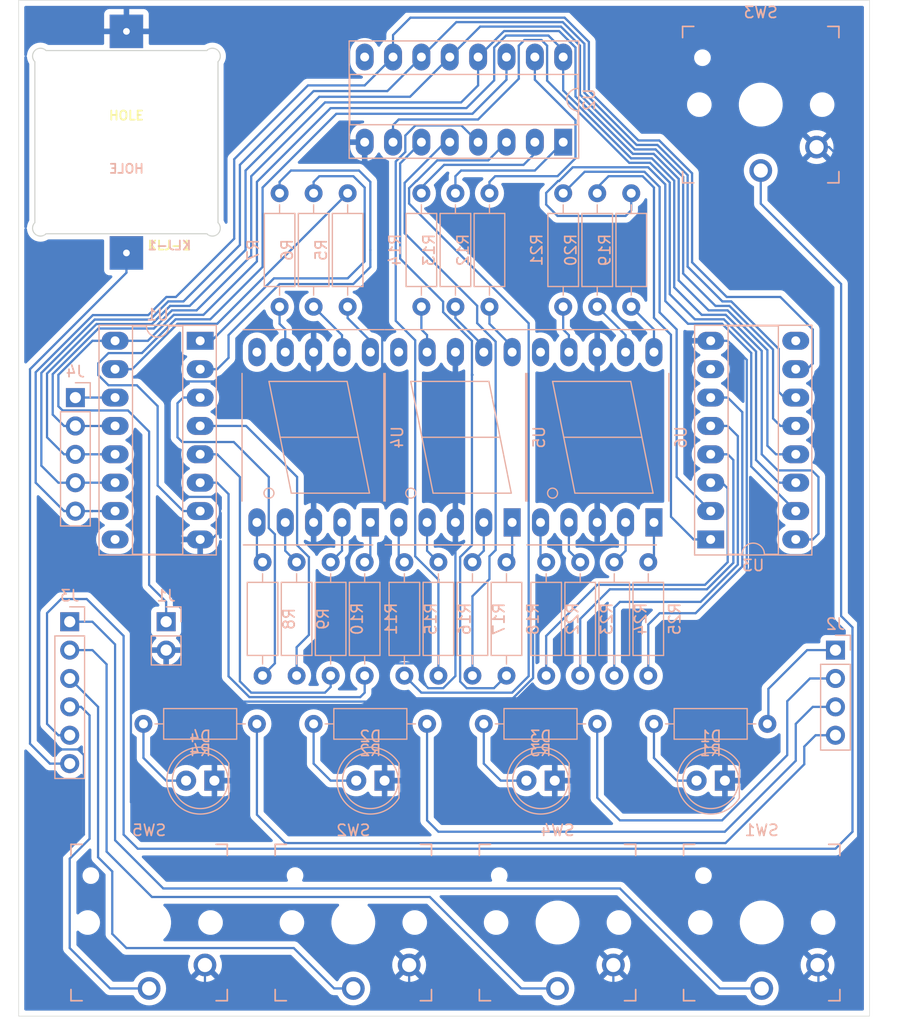
<source format=kicad_pcb>
(kicad_pcb (version 20240108) (generator "pcbnew") (generator_version "8.0")
  (layers (0 "F.Cu" signal) (31 "B.Cu" signal) (34 "B.Paste" user) (35 "F.Paste" user) (36 "B.SilkS" user "B.Silkscreen") (37 "F.SilkS" user "F.Silkscreen") (38 "B.Mask" user) (39 "F.Mask" user) (44 "Edge.Cuts" user))
  (net 0 "")
  (net 1 "VCC")
  (net 2 "/BTN_GRN")
  (net 3 "GND")
  (net 4 "/n_ENABLE")
  (net 5 "/DATAIN_DISP_1")
  (net 6 "/LED_GRN")
  (net 7 "/BTN_RED")
  (net 8 "/LED_TURQ")
  (net 9 "/BTN_START")
  (net 10 "/LED_RED")
  (net 11 "/LATCH_CLK")
  (net 12 "/n_RESET")
  (net 13 "/BTN_YLW")
  (net 14 "/SHIFT_CLK")
  (net 15 "/LED_YLW")
  (net 16 "/BTN_TURQ")
  (net 17 "/BUZZER")
  (net 18 "Net-(D1-A)")
  (net 19 "Net-(D2-A)")
  (net 20 "Net-(D3-A)")
  (net 21 "Net-(D4-A)")
  (net 22 "Net-(U1-QA)")
  (net 23 "Net-(U4-A)")
  (net 24 "Net-(U1-QB)")
  (net 25 "Net-(U4-B)")
  (net 26 "Net-(U1-QC)")
  (net 27 "Net-(U4-C)")
  (net 28 "Net-(U1-QD)")
  (net 29 "Net-(U4-D)")
  (net 30 "Net-(U4-E)")
  (net 31 "Net-(U1-QE)")
  (net 32 "Net-(U1-QF)")
  (net 33 "Net-(U4-F)")
  (net 34 "Net-(U1-QG)")
  (net 35 "Net-(U4-G)")
  (net 36 "Net-(U2-QA)")
  (net 37 "Net-(U5-A)")
  (net 38 "Net-(U2-QB)")
  (net 39 "Net-(U5-B)")
  (net 40 "Net-(U5-C)")
  (net 41 "Net-(U2-QC)")
  (net 42 "Net-(U2-QD)")
  (net 43 "Net-(U5-D)")
  (net 44 "Net-(U5-E)")
  (net 45 "Net-(U2-QE)")
  (net 46 "Net-(U2-QF)")
  (net 47 "Net-(U5-F)")
  (net 48 "Net-(U2-QG)")
  (net 49 "Net-(U5-G)")
  (net 50 "Net-(U3-QA)")
  (net 51 "Net-(U6-A)")
  (net 52 "Net-(U3-QB)")
  (net 53 "Net-(U6-B)")
  (net 54 "Net-(U6-C)")
  (net 55 "Net-(U3-QC)")
  (net 56 "Net-(U3-QD)")
  (net 57 "Net-(U6-D)")
  (net 58 "Net-(U3-QE)")
  (net 59 "Net-(U6-E)")
  (net 60 "Net-(U3-QF)")
  (net 61 "Net-(U6-F)")
  (net 62 "Net-(U3-QG)")
  (net 63 "Net-(U6-G)")
  (net 65 "/DATAIN_DISP_10")
  (net 66 "/DATAIN_DISP100")
  (footprint "Resistor_THT:R_Axial_DIN0207_L6.3mm_D2.5mm_P10.16mm_Horizontal" (layer "B.Cu") (at 39.116 94.234)
    (property "Reference" "R4")
    (property "Value" "180")
  )
  (footprint "Resistor_THT:R_Axial_DIN0207_L6.3mm_D2.5mm_P10.16mm_Horizontal" (layer "B.Cu") (at 58.928 89.916 90)
    (property "Reference" "R11")
    (property "Value" "390")
  )
  (footprint "Display_7Segment:7SegmentLED_LTS6760_LTS6780" (layer "B.Cu") (at 72.136 76.2 90)
    (property "Reference" "U5")
    (property "Value" "SC52-11EWA")
  )
  (footprint "Display_7Segment:7SegmentLED_LTS6760_LTS6780" (layer "B.Cu") (at 84.836 76.2 90)
    (property "Reference" "U6")
    (property "Value" "SC52-11EWA")
  )
  (footprint "Resistor_THT:R_Axial_DIN0207_L6.3mm_D2.5mm_P10.16mm_Horizontal" (layer "B.Cu") (at 55.88 89.916 90)
    (property "Reference" "R10")
    (property "Value" "390")
  )
  (footprint "KiCad kirjastot:Piezo-KLJ-1625" (layer "B.Cu") (at 37.592 42.164)
    (property "Reference" "KLJ-1")
    (property "Value" "Buzzer")
    (fp_line (start -8.2 -7.2) (end -8.2 7.2) (stroke (width 0.1)) (layer "Edge.Cuts"))
    (fp_line (start -7.2 8.2) (end 7.2 8.2) (stroke (width 0.1)) (layer "Edge.Cuts"))
    (fp_line (start 7.2 -8.2) (end -7.2 -8.2) (stroke (width 0.1)) (layer "Edge.Cuts"))
    (fp_line (start 8.2 7.2) (end 8.2 -7.2) (stroke (width 0.1)) (layer "Edge.Cuts"))
    (fp_arc (start -8.2 -7.2) (mid -8.2 -8.2) (end -7.2 -8.2) (stroke (width 0.1)) (layer "Edge.Cuts"))
    (fp_arc (start -7.2 8.2) (mid -8.2 8.2) (end -8.2 7.2) (stroke (width 0.1)) (layer "Edge.Cuts"))
    (fp_arc (start 7.2 -8.2) (mid 8.2 -8.2) (end 8.2 -7.2) (stroke (width 0.1)) (layer "Edge.Cuts"))
    (fp_arc (start 8.2 7.2) (mid 8.2 8.2) (end 7.2 8.2) (stroke (width 0.1)) (layer "Edge.Cuts"))
  )
  (footprint "KiCad kirjastot:SW_PG1350" (layer "B.Cu") (at 94.4 38.804 180)
    (property "Reference" "SW3")
    (property "Value" "Kailh Choc v1")
  )
  (footprint "Connector_PinHeader_2.54mm:PinHeader_1x05_P2.54mm_Vertical" (layer "B.Cu") (at 33.02 65.029 180)
    (property "Reference" "J4")
    (property "Value" "Conn_01x05_Pin")
  )
  (footprint "Resistor_THT:R_Axial_DIN0207_L6.3mm_D2.5mm_P10.16mm_Horizontal" (layer "B.Cu") (at 78.232 89.916 90)
    (property "Reference" "R23")
    (property "Value" "390")
  )
  (footprint "LED_THT:LED_D5.0mm" (layer "B.Cu") (at 45.471 99.314 180)
    (property "Reference" "D4")
    (property "Value" "LED_Green")
  )
  (footprint "Display_7Segment:7SegmentLED_LTS6760_LTS6780" (layer "B.Cu") (at 59.436 76.2 90)
    (property "Reference" "U4")
    (property "Value" "SC52-11EWA")
  )
  (footprint "Resistor_THT:R_Axial_DIN0207_L6.3mm_D2.5mm_P10.16mm_Horizontal" (layer "B.Cu") (at 54.356 94.234)
    (property "Reference" "R2")
    (property "Value" "2000")
  )
  (footprint "Resistor_THT:R_Axial_DIN0207_L6.3mm_D2.5mm_P10.16mm_Horizontal" (layer "B.Cu") (at 57.404 46.736 -90)
    (property "Reference" "R5")
    (property "Value" "390")
  )
  (footprint "KiCad kirjastot:SW_PG1350" (layer "B.Cu") (at 57.912 112.014 180)
    (property "Reference" "SW2")
    (property "Value" "Kailh Choc v1")
  )
  (footprint "Resistor_THT:R_Axial_DIN0207_L6.3mm_D2.5mm_P10.16mm_Horizontal" (layer "B.Cu") (at 54.356 46.736 -90)
    (property "Reference" "R6")
    (property "Value" "390")
  )
  (footprint "Resistor_THT:R_Axial_DIN0207_L6.3mm_D2.5mm_P10.16mm_Horizontal" (layer "B.Cu") (at 76.708 46.736 -90)
    (property "Reference" "R21")
    (property "Value" "390")
  )
  (footprint "Resistor_THT:R_Axial_DIN0207_L6.3mm_D2.5mm_P10.16mm_Horizontal" (layer "B.Cu") (at 71.628 89.916 90)
    (property "Reference" "R18")
    (property "Value" "390")
  )
  (footprint "Resistor_THT:R_Axial_DIN0207_L6.3mm_D2.5mm_P10.16mm_Horizontal" (layer "B.Cu") (at 49.784 89.916 90)
    (property "Reference" "R8")
    (property "Value" "390")
  )
  (footprint "KiCad kirjastot:SW_PG1350" (layer "B.Cu") (at 76.2 112.014 180)
    (property "Reference" "SW4")
    (property "Value" "Kailh Choc v1")
  )
  (footprint "Resistor_THT:R_Axial_DIN0207_L6.3mm_D2.5mm_P10.16mm_Horizontal" (layer "B.Cu") (at 67.056 46.736 -90)
    (property "Reference" "R13")
    (property "Value" "390")
  )
  (footprint "Resistor_THT:R_Axial_DIN0207_L6.3mm_D2.5mm_P10.16mm_Horizontal" (layer "B.Cu") (at 62.484 89.916 90)
    (property "Reference" "R15")
    (property "Value" "390")
  )
  (footprint "LED_THT:LED_D5.0mm" (layer "B.Cu") (at 60.711 99.314 180)
    (property "Reference" "D2")
    (property "Value" "LED_Red")
  )
  (footprint "LED_THT:LED_D5.0mm" (layer "B.Cu") (at 91.191 99.314 180)
    (property "Reference" "D1")
    (property "Value" "LED_Turquoise")
  )
  (footprint "Package_DIP:DIP-16_W7.62mm_Socket_LongPads" (layer "B.Cu") (at 89.916 77.724)
    (property "Reference" "U3")
    (property "Value" "74HC595")
  )
  (footprint "Resistor_THT:R_Axial_DIN0207_L6.3mm_D2.5mm_P10.16mm_Horizontal" (layer "B.Cu") (at 70.104 46.736 -90)
    (property "Reference" "R12")
    (property "Value" "390")
  )
  (footprint "Resistor_THT:R_Axial_DIN0207_L6.3mm_D2.5mm_P10.16mm_Horizontal" (layer "B.Cu") (at 51.308 46.736 -90)
    (property "Reference" "R7")
    (property "Value" "390")
  )
  (footprint "Package_DIP:DIP-16_W7.62mm_Socket_LongPads" (layer "B.Cu") (at 44.196 59.944 180)
    (property "Reference" "U1")
    (property "Value" "74HC595")
  )
  (footprint "KiCad kirjastot:SW_PG1350" (layer "B.Cu") (at 94.488 112.014 180)
    (property "Reference" "SW1")
    (property "Value" "Kailh Choc v1")
  )
  (footprint "Resistor_THT:R_Axial_DIN0207_L6.3mm_D2.5mm_P10.16mm_Horizontal" (layer "B.Cu") (at 69.596 94.234)
    (property "Reference" "R3")
    (property "Value" "180")
  )
  (footprint "Resistor_THT:R_Axial_DIN0207_L6.3mm_D2.5mm_P10.16mm_Horizontal" (layer "B.Cu") (at 84.328 89.916 90)
    (property "Reference" "R25")
    (property "Value" "390")
  )
  (footprint "Package_DIP:DIP-16_W7.62mm_Socket_LongPads" (layer "B.Cu") (at 76.708 42.164 90)
    (property "Reference" "U2")
    (property "Value" "74HC595")
  )
  (footprint "Connector_PinHeader_2.54mm:PinHeader_1x06_P2.54mm_Vertical" (layer "B.Cu") (at 32.512 85.09 180)
    (property "Reference" "J3")
    (property "Value" "Conn_01x06_Pin")
  )
  (footprint "Resistor_THT:R_Axial_DIN0207_L6.3mm_D2.5mm_P10.16mm_Horizontal" (layer "B.Cu") (at 82.804 46.736 -90)
    (property "Reference" "R19")
    (property "Value" "390")
  )
  (footprint "Connector_PinHeader_2.54mm:PinHeader_1x04_P2.54mm_Vertical" (layer "B.Cu") (at 101.092 87.63 180)
    (property "Reference" "J2")
    (property "Value" "Conn_01x04_Pin")
  )
  (footprint "Resistor_THT:R_Axial_DIN0207_L6.3mm_D2.5mm_P10.16mm_Horizontal" (layer "B.Cu") (at 79.756 46.736 -90)
    (property "Reference" "R20")
    (property "Value" "390")
  )
  (footprint "KiCad kirjastot:SW_PG1350" (layer "B.Cu") (at 39.624 112.014 180)
    (property "Reference" "SW5")
    (property "Value" "Kailh Choc v1")
  )
  (footprint "LED_THT:LED_D5.0mm" (layer "B.Cu") (at 75.951 99.314 180)
    (property "Reference" "D3")
    (property "Value" "LED_Yellow")
  )
  (footprint "Connector_PinHeader_2.54mm:PinHeader_1x02_P2.54mm_Vertical" (layer "B.Cu") (at 41.148 85.09 180)
    (property "Reference" "J1")
    (property "Value" "Conn_01x02_Pin")
  )
  (footprint "Resistor_THT:R_Axial_DIN0207_L6.3mm_D2.5mm_P10.16mm_Horizontal" (layer "B.Cu") (at 64.008 46.736 -90)
    (property "Reference" "R14")
    (property "Value" "390")
  )
  (footprint "Resistor_THT:R_Axial_DIN0207_L6.3mm_D2.5mm_P10.16mm_Horizontal" (layer "B.Cu") (at 65.532 89.916 90)
    (property "Reference" "R16")
    (property "Value" "390")
  )
  (footprint "Resistor_THT:R_Axial_DIN0207_L6.3mm_D2.5mm_P10.16mm_Horizontal" (layer "B.Cu") (at 52.832 89.916 90)
    (property "Reference" "R9")
    (property "Value" "390")
  )
  (footprint "Resistor_THT:R_Axial_DIN0207_L6.3mm_D2.5mm_P10.16mm_Horizontal" (layer "B.Cu") (at 68.58 89.916 90)
    (property "Reference" "R17")
    (property "Value" "390")
  )
  (footprint "Resistor_THT:R_Axial_DIN0207_L6.3mm_D2.5mm_P10.16mm_Horizontal" (layer "B.Cu") (at 75.184 89.916 90)
    (property "Reference" "R22")
    (property "Value" "390")
  )
  (footprint "Resistor_THT:R_Axial_DIN0207_L6.3mm_D2.5mm_P10.16mm_Horizontal" (layer "B.Cu") (at 81.28 89.916 90)
    (property "Reference" "R24")
    (property "Value" "390")
  )
  (footprint "Resistor_THT:R_Axial_DIN0207_L6.3mm_D2.5mm_P10.16mm_Horizontal" (layer "B.Cu") (at 84.836 94.234)
    (property "Reference" "R1")
    (property "Value" "680")
  )
  (gr_rect (start 27.94 29.464) (end 104.14 120.396) (stroke (width 0.05)) (fill none) (layer "Edge.Cuts"))
  (segment (start 91.263372 57.62) (end 89.116 57.62) (width 0.2) (layer "B.Cu") (net 1))
  (segment (start 49.276 52.832) (end 49.276 45.72) (width 0.2) (layer "B.Cu") (net 1))
  (segment (start 99.568 72.136) (end 98.976 71.544) (width 0.2) (layer "B.Cu") (net 1))
  (segment (start 34.544 59.944) (end 36.576 59.944) (width 0.2) (layer "B.Cu") (net 1))
  (segment (start 68.043157 39.116) (end 70.528 36.631157) (width 0.2) (layer "B.Cu") (net 1))
  (segment (start 86.652 45.613785) (end 84.650215 43.612) (width 0.2) (layer "B.Cu") (net 1))
  (segment (start 55.88 39.116) (end 68.043157 39.116) (width 0.2) (layer "B.Cu") (net 1))
  (segment (start 97.536 77.724) (end 99.06 77.724) (width 0.2) (layer "B.Cu") (net 1))
  (segment (start 41.832628 57.62) (end 44.488 57.62) (width 0.2) (layer "B.Cu") (net 1))
  (segment (start 41.148 83.312) (end 39.624 81.788) (width 0.2) (layer "B.Cu") (net 1))
  (segment (start 89.116 57.62) (end 86.652 55.156) (width 0.2) (layer "B.Cu") (net 1))
  (segment (start 76.708 37.534314) (end 76.708 34.544) (width 0.2) (layer "B.Cu") (net 1))
  (segment (start 94.488 60.844628) (end 91.263372 57.62) (width 0.2) (layer "B.Cu") (net 1))
  (segment (start 39.624 81.788) (end 39.624 68.072) (width 0.2) (layer "B.Cu") (net 1))
  (segment (start 71.596365 32.62) (end 75.384 32.62) (width 0.2) (layer "B.Cu") (net 1))
  (segment (start 39.508628 59.944) (end 41.832628 57.62) (width 0.2) (layer "B.Cu") (net 1))
  (segment (start 84.650215 43.612) (end 82.785686 43.612) (width 0.2) (layer "B.Cu") (net 1))
  (segment (start 31.87 66.179) (end 31.496 65.805) (width 0.2) (layer "B.Cu") (net 1))
  (segment (start 36.576 59.944) (end 39.508628 59.944) (width 0.2) (layer "B.Cu") (net 1))
  (segment (start 94.488 70.104) (end 94.488 60.844628) (width 0.2) (layer "B.Cu") (net 1))
  (segment (start 99.06 77.724) (end 99.568 77.216) (width 0.2) (layer "B.Cu") (net 1))
  (segment (start 70.528 33.688365) (end 71.596365 32.62) (width 0.2) (layer "B.Cu") (net 1))
  (segment (start 37.731 66.179) (end 31.87 66.179) (width 0.2) (layer "B.Cu") (net 1))
  (segment (start 75.384 32.62) (end 76.708 33.944) (width 0.2) (layer "B.Cu") (net 1))
  (segment (start 49.276 45.72) (end 55.88 39.116) (width 0.2) (layer "B.Cu") (net 1))
  (segment (start 98.976 71.544) (end 95.928 71.544) (width 0.2) (layer "B.Cu") (net 1))
  (segment (start 70.528 36.631157) (end 70.528 33.688365) (width 0.2) (layer "B.Cu") (net 1))
  (segment (start 31.496 65.805) (end 31.496 62.992) (width 0.2) (layer "B.Cu") (net 1))
  (segment (start 99.568 77.216) (end 99.568 72.136) (width 0.2) (layer "B.Cu") (net 1))
  (segment (start 82.785686 43.612) (end 76.708 37.534314) (width 0.2) (layer "B.Cu") (net 1))
  (segment (start 41.148 85.09) (end 41.148 83.312) (width 0.2) (layer "B.Cu") (net 1))
  (segment (start 31.496 62.992) (end 34.544 59.944) (width 0.2) (layer "B.Cu") (net 1))
  (segment (start 76.708 33.944) (end 76.708 34.544) (width 0.2) (layer "B.Cu") (net 1))
  (segment (start 39.624 68.072) (end 37.731 66.179) (width 0.2) (layer "B.Cu") (net 1))
  (segment (start 86.652 55.156) (end 86.652 45.613785) (width 0.2) (layer "B.Cu") (net 1))
  (segment (start 44.488 57.62) (end 49.276 52.832) (width 0.2) (layer "B.Cu") (net 1))
  (segment (start 95.928 71.544) (end 94.488 70.104) (width 0.2) (layer "B.Cu") (net 1))
  (segment (start 33.528 92.71) (end 32.512 92.71) (width 0.2) (layer "B.Cu") (net 2))
  (segment (start 34.29 93.472) (end 33.528 92.71) (width 0.2) (layer "B.Cu") (net 2))
  (segment (start 34.29 104.521) (end 34.29 93.472) (width 0.2) (layer "B.Cu") (net 2))
  (segment (start 32.512 106.299) (end 34.29 104.521) (width 0.2) (layer "B.Cu") (net 2))
  (segment (start 32.512 114.3) (end 32.512 106.299) (width 0.2) (layer "B.Cu") (net 2))
  (segment (start 39.624 117.914) (end 36.126 117.914) (width 0.2) (layer "B.Cu") (net 2))
  (segment (start 36.126 117.914) (end 32.512 114.3) (width 0.2) (layer "B.Cu") (net 2))
  (segment (start 35.306 119.634) (end 31.75 116.078) (width 0.2) (layer "B.Cu") (net 3))
  (segment (start 45.471 100.833) (end 45.471 99.314) (width 0.2) (layer "B.Cu") (net 3))
  (segment (start 102.108 30.48) (end 42.672 30.48) (width 0.2) (layer "B.Cu") (net 3))
  (segment (start 45.471 93.797) (end 47.028 92.24) (width 0.2) (layer "B.Cu") (net 3))
  (segment (start 67.056 60.96) (end 67.056 76.2) (width 0.2) (layer "B.Cu") (net 3))
  (segment (start 63.332 88.816) (end 61.536182 88.816) (width 0.2) (layer "B.Cu") (net 3))
  (segment (start 37.992 85.998) (end 37.992 101.238) (width 0.2) (layer "B.Cu") (net 3))
  (segment (start 64.008 89.492) (end 63.332 88.816) (width 0.2) (layer "B.Cu") (net 3))
  (segment (start 103.124 45.212) (end 100.516 42.604) (width 0.2) (layer "B.Cu") (net 3))
  (segment (start 81.2 115.814) (end 81.2 119.554) (width 0.2) (layer "B.Cu") (net 3))
  (segment (start 85.344 91.948) (end 71.628 91.948) (width 0.2) (layer "B.Cu") (net 3))
  (segment (start 31.69 96.52) (end 29.718 94.548) (width 0.2) (layer "B.Cu") (net 3))
  (segment (start 60.498 62.946) (end 59.86 63.584) (width 0.2) (layer "B.Cu") (net 3))
  (segment (start 91.44 59.944) (end 93.148 61.652) (width 0.2) (layer "B.Cu") (net 3))
  (segment (start 47.028 92.24) (end 44.196 89.408) (width 0.2) (layer "B.Cu") (net 3))
  (segment (start 42.413 87.625) (end 44.196 89.408) (width 0.2) (layer "B.Cu") (net 3))
  (segment (start 41.153 87.625) (end 42.413 87.625) (width 0.2) (layer "B.Cu") (net 3))
  (segment (start 75.951 99.314) (end 75.951 95.705314) (width 0.2) (layer "B.Cu") (net 3))
  (segment (start 45.974 76.962) (end 45.212 77.724) (width 0.2) (layer "B.Cu") (net 3))
  (segment (start 72.193686 91.948) (end 71.628 91.948) (width 0.2) (layer "B.Cu") (net 3))
  (segment (start 45.212 73.914) (end 45.974 74.676) (width 0.2) (layer "B.Cu") (net 3))
  (segment (start 64.008 90.424) (end 64.008 89.492) (width 0.2) (layer "B.Cu") (net 3))
  (segment (start 99.488 115.814) (end 99.568 115.894) (width 0.2) (layer "B.Cu") (net 3))
  (segment (start 44.196 89.408) (end 44.196 77.724) (width 0.2) (layer "B.Cu") (net 3))
  (segment (start 79.756 80.264) (end 74.014 86.006) (width 0.2) (layer "B.Cu") (net 3))
  (segment (start 34.29 82.296) (end 37.992 85.998) (width 0.2) (layer "B.Cu") (net 3))
  (segment (start 89.916 59.944) (end 91.44 59.944) (width 0.2) (layer "B.Cu") (net 3))
  (segment (start 60.711 92.621) (end 61.384 91.948) (width 0.2) (layer "B.Cu") (net 3))
  (segment (start 45.471 99.314) (end 45.471 93.797) (width 0.2) (layer "B.Cu") (net 3))
  (segment (start 60.711 99.314) (end 60.711 92.621) (width 0.2) (layer "B.Cu") (net 3))
  (segment (start 74.014 90.127686) (end 72.193686 91.948) (width 0.2) (layer "B.Cu") (net 3))
  (segment (start 60.452 45.212) (end 60.452 55.372) (width 0.2) (layer "B.Cu") (net 3))
  (segment (start 58.928 42.164) (end 58.928 43.688) (width 0.2) (layer "B.Cu") (net 3))
  (segment (start 61.536182 88.816) (end 60.96 89.392182) (width 0.2) (layer "B.Cu") (net 3))
  (segment (start 91.191 99.314) (end 91.191 97.795) (width 0.2) (layer "B.Cu") (net 3))
  (segment (start 33.782 104.14) (end 33.782 97.028) (width 0.2) (layer "B.Cu") (net 3))
  (segment (start 103.124 45.212) (end 103.124 117.602) (width 0.2) (layer "B.Cu") (net 3))
  (segment (start 101.092 119.634) (end 35.306 119.634) (width 0.2) (layer "B.Cu") (net 3))
  (segment (start 100.516 42.604) (end 99.4 42.604) (width 0.2) (layer "B.Cu") (net 3))
  (segment (start 65.963635 91.04) (end 64.624 91.04) (width 0.2) (layer "B.Cu") (net 3))
  (segment (start 93.148 61.652) (end 93.148 84.144) (width 0.2) (layer "B.Cu") (net 3))
  (segment (start 60.96 91.524) (end 61.384 91.948) (width 0.2) (layer "B.Cu") (net 3))
  (segment (start 62.912 115.814) (end 62.912 119.554) (width 0.2) (layer "B.Cu") (net 3))
  (segment (start 67.056 76.2) (end 67.056 89.947635) (width 0.2) (layer "B.Cu") (net 3))
  (segment (start 31.75 116.078) (end 31.75 106.172) (width 0.2) (layer "B.Cu") (net 3))
  (segment (start 38.354 101.6) (end 44.704 101.6) (width 0.2) (layer "B.Cu") (net 3))
  (segment (start 33.782 97.028) (end 33.274 96.52) (width 0.2) (layer "B.Cu") (net 3))
  (segment (start 41.148 87.63) (end 41.153 87.625) (width 0.2) (layer "B.Cu") (net 3))
  (segment (start 40.90367 32.24833) (end 37.592 32.24833) (width 0.2) (layer "B.Cu") (net 3))
  (segment (start 64.624 91.04) (end 64.008 90.424) (width 0.2) (layer "B.Cu") (net 3))
  (segment (start 33.274 96.52) (end 31.69 96.52) (width 0.2) (layer "B.Cu") (net 3))
  (segment (start 91.191 97.795) (end 85.344 91.948) (width 0.2) (layer "B.Cu") (net 3))
  (segment (start 31.242 82.296) (end 34.29 82.296) (width 0.2) (layer "B.Cu") (net 3))
  (segment (start 93.148 84.144) (end 85.344 91.948) (width 0.2) (layer "B.Cu") (net 3))
  (segment (start 54.272 63.584) (end 42.842 63.584) (width 0.2) (layer "B.Cu") (net 3))
  (segment (start 37.992 101.238) (end 38.354 101.6) (width 0.2) (layer "B.Cu") (net 3))
  (segment (start 41.148 72.136) (end 42.926 73.914) (width 0.2) (layer "B.Cu") (net 3))
  (segment (start 42.672 30.48) (end 40.90367 32.24833) (width 0.2) (layer "B.Cu") (net 3))
  (segment (start 44.704 101.6) (end 45.471 100.833) (width 0.2) (layer "B.Cu") (net 3))
  (segment (start 61.092 92.24) (end 47.028 92.24) (width 0.2) (layer "B.Cu") (net 3))
  (segment (start 99.568 115.894) (end 99.568 119.634) (width 0.2) (layer "B.Cu") (net 3))
  (segment (start 60.452 55.372) (end 60.498 55.418) (width 0.2) (layer "B.Cu") (net 3))
  (segment (start 79.756 60.96) (end 79.756 76.2) (width 0.2) (layer "B.Cu") (net 3))
  (segment (start 67.056 89.947635) (end 65.963635 91.04) (width 0.2) (layer "B.Cu") (net 3))
  (segment (start 54.356 60.96) (end 54.356 63.5) (width 0.2) (layer "B.Cu") (net 3))
  (segment (start 44.624 115.814) (end 44.624 119.554) (width 0.2) (layer "B.Cu") (net 3))
  (segment (start 103.124 31.496) (end 102.108 30.48) (width 0.2) (layer "B.Cu") (net 3))
  (segment (start 71.628 91.948) (end 61.384 91.948) (width 0.2) (layer "B.Cu") (net 3))
  (segment (start 79.756 76.2) (end 79.756 80.264) (width 0.2) (layer "B.Cu") (net 3))
  (segment (start 75.951 95.705314) (end 72.193686 91.948) (width 0.2) (layer "B.Cu") (net 3))
  (segment (start 42.842 63.584) (end 41.148 65.278) (width 0.2) (layer "B.Cu") (net 3))
  (segment (start 103.124 45.212) (end 103.124 31.496) (width 0.2) (layer "B.Cu") (net 3))
  (segment (start 45.212 77.724) (end 44.196 77.724) (width 0.2) (layer "B.Cu") (net 3))
  (segment (start 58.928 43.688) (end 60.452 45.212) (width 0.2) (layer "B.Cu") (net 3))
  (segment (start 74.014 86.006) (end 74.014 90.127686) (width 0.2) (layer "B.Cu") (net 3))
  (segment (start 103.124 117.602) (end 101.092 119.634) (width 0.2) (layer "B.Cu") (net 3))
  (segment (start 31.75 106.172) (end 33.782 104.14) (width 0.2) (layer "B.Cu") (net 3))
  (segment (start 45.974 74.676) (end 45.974 76.962) (width 0.2) (layer "B.Cu") (net 3))
  (segment (start 29.718 94.548) (end 29.718 83.82) (width 0.2) (layer "B.Cu") (net 3))
  (segment (start 29.718 83.82) (end 31.242 82.296) (width 0.2) (layer "B.Cu") (net 3))
  (segment (start 60.498 55.418) (end 60.498 62.946) (width 0.2) (layer "B.Cu") (net 3))
  (segment (start 42.926 73.914) (end 45.212 73.914) (width 0.2) (layer "B.Cu") (net 3))
  (segment (start 60.96 89.392182) (end 60.96 91.524) (width 0.2) (layer "B.Cu") (net 3))
  (segment (start 59.86 63.584) (end 54.44 63.584) (width 0.2) (layer "B.Cu") (net 3))
  (segment (start 54.356 63.5) (end 54.356 76.2) (width 0.2) (layer "B.Cu") (net 3))
  (segment (start 41.148 65.278) (end 41.148 72.136) (width 0.2) (layer "B.Cu") (net 3))
  (segment (start 61.384 91.948) (end 61.092 92.24) (width 0.2) (layer "B.Cu") (net 3))
  (segment (start 43.872 57.22) (end 48.768 52.324) (width 0.2) (layer "B.Cu") (net 4))
  (segment (start 87.052 45.448099) (end 84.815901 43.212) (width 0.2) (layer "B.Cu") (net 4))
  (segment (start 30.988 66.548) (end 30.988 62.934314) (width 0.2) (layer "B.Cu") (net 4))
  (segment (start 36.576 67.564) (end 36.068 67.564) (width 0.2) (layer "B.Cu") (net 4))
  (segment (start 69.088 37.084) (end 69.088 34.544) (width 0.2) (layer "B.Cu") (net 4))
  (segment (start 95.764 70.104) (end 94.996 69.336) (width 0.2) (layer "B.Cu") (net 4))
  (segment (start 94.996 69.336) (end 94.996 60.786942) (width 0.2) (layer "B.Cu") (net 4))
  (segment (start 91.429058 57.22) (end 89.732 57.22) (width 0.2) (layer "B.Cu") (net 4))
  (segment (start 48.768 45.212) (end 55.372 38.608) (width 0.2) (layer "B.Cu") (net 4))
  (segment (start 71.412 32.22) (end 69.088 34.544) (width 0.2) (layer "B.Cu") (net 4))
  (segment (start 55.372 38.608) (end 67.564 38.608) (width 0.2) (layer "B.Cu") (net 4))
  (segment (start 82.951372 43.212) (end 77.808 38.068628) (width 0.2) (layer "B.Cu") (net 4))
  (segment (start 36.063 67.569) (end 33.02 67.569) (width 0.2) (layer "B.Cu") (net 4))
  (segment (start 94.996 60.786942) (end 91.429058 57.22) (width 0.2) (layer "B.Cu") (net 4))
  (segment (start 87.052 54.54) (end 87.052 45.448099) (width 0.2) (layer "B.Cu") (net 4))
  (segment (start 77.808 33.688365) (end 76.339635 32.22) (width 0.2) (layer "B.Cu") (net 4))
  (segment (start 36.068 67.564) (end 36.063 67.569) (width 0.2) (layer "B.Cu") (net 4))
  (segment (start 76.339635 32.22) (end 71.412 32.22) (width 0.2) (layer "B.Cu") (net 4))
  (segment (start 77.808 38.068628) (end 77.808 33.688365) (width 0.2) (layer "B.Cu") (net 4))
  (segment (start 84.815901 43.212) (end 82.951372 43.212) (width 0.2) (layer "B.Cu") (net 4))
  (segment (start 97.536 70.104) (end 95.764 70.104) (width 0.2) (layer "B.Cu") (net 4))
  (segment (start 89.732 57.22) (end 87.052 54.54) (width 0.2) (layer "B.Cu") (net 4))
  (segment (start 30.988 62.934314) (end 35.078314 58.844) (width 0.2) (layer "B.Cu") (net 4))
  (segment (start 33.02 67.569) (end 32.009 67.569) (width 0.2) (layer "B.Cu") (net 4))
  (segment (start 41.666942 57.22) (end 43.872 57.22) (width 0.2) (layer "B.Cu") (net 4))
  (segment (start 32.009 67.569) (end 30.988 66.548) (width 0.2) (layer "B.Cu") (net 4))
  (segment (start 35.078314 58.844) (end 40.042942 58.844) (width 0.2) (layer "B.Cu") (net 4))
  (segment (start 36.576 67.564) (end 35.052 67.564) (width 0.2) (layer "B.Cu") (net 4))
  (segment (start 48.768 52.324) (end 48.768 45.212) (width 0.2) (layer "B.Cu") (net 4))
  (segment (start 40.042942 58.844) (end 41.666942 57.22) (width 0.2) (layer "B.Cu") (net 4))
  (segment (start 67.564 38.608) (end 69.088 37.084) (width 0.2) (layer "B.Cu") (net 4))
  (segment (start 33.025 65.024) (end 33.02 65.029) (width 0.2) (layer "B.Cu") (net 5))
  (segment (start 36.576 65.024) (end 33.025 65.024) (width 0.2) (layer "B.Cu") (net 5))
  (segment (start 51.816 104.902) (end 49.276 102.362) (width 0.2) (layer "B.Cu") (net 6))
  (segment (start 49.276 102.362) (end 49.276 94.234) (width 0.2) (layer "B.Cu") (net 6))
  (segment (start 91.243686 104.902) (end 51.816 104.902) (width 0.2) (layer "B.Cu") (net 6))
  (segment (start 98.298 97.847686) (end 91.243686 104.902) (width 0.2) (layer "B.Cu") (net 6))
  (segment (start 99.314 95.25) (end 98.298 96.266) (width 0.2) (layer "B.Cu") (net 6))
  (segment (start 98.298 96.266) (end 98.298 97.847686) (width 0.2) (layer "B.Cu") (net 6))
  (segment (start 101.092 95.25) (end 99.314 95.25) (width 0.2) (layer "B.Cu") (net 6))
  (segment (start 35.052 92.71) (end 32.512 90.17) (width 0.2) (layer "B.Cu") (net 7))
  (segment (start 37.592 114.3) (end 36.322 113.03) (width 0.2) (layer "B.Cu") (net 7))
  (segment (start 36.322 107.442) (end 35.052 106.172) (width 0.2) (layer "B.Cu") (net 7))
  (segment (start 57.912 117.914) (end 56.192 117.914) (width 0.2) (layer "B.Cu") (net 7))
  (segment (start 36.322 113.03) (end 36.322 107.442) (width 0.2) (layer "B.Cu") (net 7))
  (segment (start 52.578 114.3) (end 37.592 114.3) (width 0.2) (layer "B.Cu") (net 7))
  (segment (start 35.052 106.172) (end 35.052 92.71) (width 0.2) (layer "B.Cu") (net 7))
  (segment (start 56.192 117.914) (end 52.578 114.3) (width 0.2) (layer "B.Cu") (net 7))
  (segment (start 95.084 91.098) (end 95.084 94.116) (width 0.2) (layer "B.Cu") (net 8))
  (segment (start 101.092 87.63) (end 98.552 87.63) (width 0.2) (layer "B.Cu") (net 8))
  (segment (start 98.552 87.63) (end 95.084 91.098) (width 0.2) (layer "B.Cu") (net 8))
  (segment (start 94.4 47.664) (end 101.6 54.864) (width 0.2) (layer "B.Cu") (net 9))
  (segment (start 31.496 95.25) (end 32.512 95.25) (width 0.2) (layer "B.Cu") (net 9))
  (segment (start 102.616 103.886) (end 101.092 105.41) (width 0.2) (layer "B.Cu") (net 9))
  (segment (start 37.338 86.36) (end 34.036 83.058) (width 0.2) (layer "B.Cu") (net 9))
  (segment (start 37.338 104.14) (end 37.338 86.36) (width 0.2) (layer "B.Cu") (net 9))
  (segment (start 102.616 85.598) (end 102.616 103.886) (width 0.2) (layer "B.Cu") (net 9))
  (segment (start 94.4 44.704) (end 94.4 47.664) (width 0.2) (layer "B.Cu") (net 9))
  (segment (start 101.6 54.864) (end 101.6 84.582) (width 0.2) (layer "B.Cu") (net 9))
  (segment (start 30.48 84.321) (end 30.48 94.234) (width 0.2) (layer "B.Cu") (net 9))
  (segment (start 101.092 105.41) (end 38.608 105.41) (width 0.2) (layer "B.Cu") (net 9))
  (segment (start 34.036 83.058) (end 31.743 83.058) (width 0.2) (layer "B.Cu") (net 9))
  (segment (start 31.743 83.058) (end 30.48 84.321) (width 0.2) (layer "B.Cu") (net 9))
  (segment (start 30.48 94.234) (end 31.496 95.25) (width 0.2) (layer "B.Cu") (net 9))
  (segment (start 38.608 105.41) (end 37.338 104.14) (width 0.2) (layer "B.Cu") (net 9))
  (segment (start 101.6 84.582) (end 102.616 85.598) (width 0.2) (layer "B.Cu") (net 9))
  (segment (start 99.06 92.71) (end 97.536 94.234) (width 0.2) (layer "B.Cu") (net 10))
  (segment (start 101.092 92.71) (end 99.06 92.71) (width 0.2) (layer "B.Cu") (net 10))
  (segment (start 65.532 103.886) (end 64.516 102.87) (width 0.2) (layer "B.Cu") (net 10))
  (segment (start 97.536 97.536) (end 91.186 103.886) (width 0.2) (layer "B.Cu") (net 10))
  (segment (start 91.186 103.886) (end 65.532 103.886) (width 0.2) (layer "B.Cu") (net 10))
  (segment (start 97.536 94.234) (end 97.536 97.536) (width 0.2) (layer "B.Cu") (net 10))
  (segment (start 64.516 102.87) (end 64.516 94.234) (width 0.2) (layer "B.Cu") (net 10))
  (segment (start 69.272 31.82) (end 66.548 34.544) (width 0.2) (layer "B.Cu") (net 11))
  (segment (start 83.117058 42.812) (end 78.208 37.902942) (width 0.2) (layer "B.Cu") (net 11))
  (segment (start 30.48 68.58) (end 30.48 62.876628) (width 0.2) (layer "B.Cu") (net 11))
  (segment (start 39.877256 58.444) (end 41.501256 56.82) (width 0.2) (layer "B.Cu") (net 11))
  (segment (start 95.504 66.904) (end 95.504 60.729256) (width 0.2) (layer "B.Cu") (net 11))
  (segment (start 78.208 37.902942) (end 78.208 33.522679) (width 0.2) (layer "B.Cu") (net 11))
  (segment (start 48.26 44.704) (end 54.864 38.1) (width 0.2) (layer "B.Cu") (net 11))
  (segment (start 34.912628 58.444) (end 39.877256 58.444) (width 0.2) (layer "B.Cu") (net 11))
  (segment (start 43.256 56.82) (end 48.26 51.816) (width 0.2) (layer "B.Cu") (net 11))
  (segment (start 96.164 67.564) (end 95.504 66.904) (width 0.2) (layer "B.Cu") (net 11))
  (segment (start 36.576 70.104) (end 33.025 70.104) (width 0.2) (layer "B.Cu") (net 11))
  (segment (start 33.015 70.104) (end 32.004 70.104) (width 0.2) (layer "B.Cu") (net 11))
  (segment (start 78.208 33.522679) (end 77.973685 33.288365) (width 0.2) (layer "B.Cu") (net 11))
  (segment (start 33.025 70.104) (end 33.02 70.109) (width 0.2) (layer "B.Cu") (net 11))
  (segment (start 33.02 70.109) (end 33.015 70.104) (width 0.2) (layer "B.Cu") (net 11))
  (segment (start 95.504 60.729256) (end 91.594744 56.82) (width 0.2) (layer "B.Cu") (net 11))
  (segment (start 32.004 70.104) (end 30.48 68.58) (width 0.2) (layer "B.Cu") (net 11))
  (segment (start 62.992 38.1) (end 66.548 34.544) (width 0.2) (layer "B.Cu") (net 11))
  (segment (start 97.536 67.564) (end 96.164 67.564) (width 0.2) (layer "B.Cu") (net 11))
  (segment (start 90.348 56.82) (end 87.452 53.924) (width 0.2) (layer "B.Cu") (net 11))
  (segment (start 91.594744 56.82) (end 90.348 56.82) (width 0.2) (layer "B.Cu") (net 11))
  (segment (start 87.452 53.924) (end 87.452 45.282413) (width 0.2) (layer "B.Cu") (net 11))
  (segment (start 76.505321 31.82) (end 69.272 31.82) (width 0.2) (layer "B.Cu") (net 11))
  (segment (start 41.501256 56.82) (end 43.256 56.82) (width 0.2) (layer "B.Cu") (net 11))
  (segment (start 84.981587 42.812) (end 83.117058 42.812) (width 0.2) (layer "B.Cu") (net 11))
  (segment (start 87.452 45.282413) (end 84.981587 42.812) (width 0.2) (layer "B.Cu") (net 11))
  (segment (start 54.864 38.1) (end 62.992 38.1) (width 0.2) (layer "B.Cu") (net 11))
  (segment (start 77.973685 33.288365) (end 76.505321 31.82) (width 0.2) (layer "B.Cu") (net 11))
  (segment (start 30.48 62.876628) (end 34.912628 58.444) (width 0.2) (layer "B.Cu") (net 11))
  (segment (start 48.26 51.816) (end 48.26 44.704) (width 0.2) (layer "B.Cu") (net 11))
  (segment (start 78.773685 32.956993) (end 76.836693 31.02) (width 0.2) (layer "B.Cu") (net 12))
  (segment (start 63.024 31.02) (end 61.468 32.576) (width 0.2) (layer "B.Cu") (net 12))
  (segment (start 91.354843 56.02) (end 88.252 52.917157) (width 0.2) (layer "B.Cu") (net 12))
  (segment (start 34.544 75.184) (end 34.539 75.189) (width 0.2) (layer "B.Cu") (net 12))
  (segment (start 79.008 37.57157) (end 79.008 33.191307) (width 0.2) (layer "B.Cu") (net 12))
  (segment (start 29.464 72.644) (end 29.464 62.761256) (width 0.2) (layer "B.Cu") (net 12))
  (segment (start 97.536 62.484) (end 98.552 62.484) (width 0.2) (layer "B.Cu") (net 12))
  (segment (start 41.169884 56.02) (end 42.024 56.02) (width 0.2) (layer "B.Cu") (net 12))
  (segment (start 88.252 52.917157) (end 88.252 44.951041) (width 0.2) (layer "B.Cu") (net 12))
  (segment (start 39.545884 57.644) (end 41.169884 56.02) (width 0.2) (layer "B.Cu") (net 12))
  (segment (start 79.008 33.191307) (end 78.773685 32.956993) (width 0.2) (layer "B.Cu") (net 12))
  (segment (start 53.848 37.084) (end 58.928 37.084) (width 0.2) (layer "B.Cu") (net 12))
  (segment (start 98.552 62.484) (end 99.06 61.976) (width 0.2) (layer "B.Cu") (net 12))
  (segment (start 32.004 75.184) (end 29.464 72.644) (width 0.2) (layer "B.Cu") (net 12))
  (segment (start 47.244 50.8) (end 47.244 43.688) (width 0.2) (layer "B.Cu") (net 12))
  (segment (start 85.312959 42.012) (end 83.44843 42.012) (width 0.2) (layer "B.Cu") (net 12))
  (segment (start 34.539 75.189) (end 33.02 75.189) (width 0.2) (layer "B.Cu") (net 12))
  (segment (start 58.928 37.084) (end 61.468 34.544) (width 0.2) (layer "B.Cu") (net 12))
  (segment (start 34.544 75.184) (end 36.576 75.184) (width 0.2) (layer "B.Cu") (net 12))
  (segment (start 88.252 44.951041) (end 85.312959 42.012) (width 0.2) (layer "B.Cu") (net 12))
  (segment (start 83.44843 42.012) (end 79.008 37.57157) (width 0.2) (layer "B.Cu") (net 12))
  (segment (start 42.024 56.02) (end 47.244 50.8) (width 0.2) (layer "B.Cu") (net 12))
  (segment (start 96.152 56.02) (end 91.354843 56.02) (width 0.2) (layer "B.Cu") (net 12))
  (segment (start 29.464 62.761256) (end 34.581256 57.644) (width 0.2) (layer "B.Cu") (net 12))
  (segment (start 33.015 75.184) (end 32.004 75.184) (width 0.2) (layer "B.Cu") (net 12))
  (segment (start 99.06 58.928) (end 96.152 56.02) (width 0.2) (layer "B.Cu") (net 12))
  (segment (start 76.836693 31.02) (end 63.024 31.02) (width 0.2) (layer "B.Cu") (net 12))
  (segment (start 61.468 32.576) (end 61.468 34.544) (width 0.2) (layer "B.Cu") (net 12))
  (segment (start 99.06 61.976) (end 99.06 58.928) (width 0.2) (layer "B.Cu") (net 12))
  (segment (start 47.244 43.688) (end 53.848 37.084) (width 0.2) (layer "B.Cu") (net 12))
  (segment (start 34.581256 57.644) (end 39.545884 57.644) (width 0.2) (layer "B.Cu") (net 12))
  (segment (start 33.02 75.189) (end 33.015 75.184) (width 0.2) (layer "B.Cu") (net 12))
  (segment (start 35.814 88.9) (end 34.544 87.63) (width 0.2) (layer "B.Cu") (net 13))
  (segment (start 64.77 109.728) (end 39.878 109.728) (width 0.2) (layer "B.Cu") (net 13))
  (segment (start 76.2 117.914) (end 72.956 117.914) (width 0.2) (layer "B.Cu") (net 13))
  (segment (start 39.878 109.728) (end 35.814 105.664) (width 0.2) (layer "B.Cu") (net 13))
  (segment (start 34.544 87.63) (end 32.512 87.63) (width 0.2) (layer "B.Cu") (net 13))
  (segment (start 72.956 117.914) (end 64.77 109.728) (width 0.2) (layer "B.Cu") (net 13))
  (segment (start 35.814 105.664) (end 35.814 88.9) (width 0.2) (layer "B.Cu") (net 13))
  (segment (start 96.52 65.024) (end 96.012 64.516) (width 0.2) (layer "B.Cu") (net 14))
  (segment (start 78.608 37.737256) (end 78.608 33.356993) (width 0.2) (layer "B.Cu") (net 14))
  (segment (start 85.147273 42.412) (end 83.282744 42.412) (width 0.2) (layer "B.Cu") (net 14))
  (segment (start 42.697686 56.42) (end 47.752 51.365686) (width 0.2) (layer "B.Cu") (net 14))
  (segment (start 76.671007 31.42) (end 67.132 31.42) (width 0.2) (layer "B.Cu") (net 14))
  (segment (start 31.501 72.649) (end 29.972 71.12) (width 0.2) (layer "B.Cu") (net 14))
  (segment (start 67.132 31.42) (end 64.008 34.544) (width 0.2) (layer "B.Cu") (net 14))
  (segment (start 78.608 33.356993) (end 76.671007 31.42) (width 0.2) (layer "B.Cu") (net 14))
  (segment (start 87.852 45.116727) (end 85.147273 42.412) (width 0.2) (layer "B.Cu") (net 14))
  (segment (start 36.576 72.644) (end 33.025 72.644) (width 0.2) (layer "B.Cu") (net 14))
  (segment (start 54.356 37.592) (end 60.96 37.592) (width 0.2) (layer "B.Cu") (net 14))
  (segment (start 90.964 56.42) (end 87.852 53.308) (width 0.2) (layer "B.Cu") (net 14))
  (segment (start 47.752 44.196) (end 54.356 37.592) (width 0.2) (layer "B.Cu") (net 14))
  (segment (start 87.852 53.308) (end 87.852 45.116727) (width 0.2) (layer "B.Cu") (net 14))
  (segment (start 39.71157 58.044) (end 41.33557 56.42) (width 0.2) (layer "B.Cu") (net 14))
  (segment (start 33.02 72.649) (end 31.501 72.649) (width 0.2) (layer "B.Cu") (net 14))
  (segment (start 34.746942 58.044) (end 39.71157 58.044) (width 0.2) (layer "B.Cu") (net 14))
  (segment (start 96.012 64.516) (end 96.012 60.67157) (width 0.2) (layer "B.Cu") (net 14))
  (segment (start 97.536 65.024) (end 96.52 65.024) (width 0.2) (layer "B.Cu") (net 14))
  (segment (start 29.972 62.818942) (end 34.746942 58.044) (width 0.2) (layer "B.Cu") (net 14))
  (segment (start 33.025 72.644) (end 33.02 72.649) (width 0.2) (layer "B.Cu") (net 14))
  (segment (start 60.96 37.592) (end 64.008 34.544) (width 0.2) (layer "B.Cu") (net 14))
  (segment (start 91.76043 56.42) (end 90.964 56.42) (width 0.2) (layer "B.Cu") (net 14))
  (segment (start 29.972 71.12) (end 29.972 62.818942) (width 0.2) (layer "B.Cu") (net 14))
  (segment (start 47.752 51.365686) (end 47.752 44.196) (width 0.2) (layer "B.Cu") (net 14))
  (segment (start 83.282744 42.412) (end 78.608 37.737256) (width 0.2) (layer "B.Cu") (net 14))
  (segment (start 96.012 60.67157) (end 91.76043 56.42) (width 0.2) (layer "B.Cu") (net 14))
  (segment (start 41.33557 56.42) (end 42.697686 56.42) (width 0.2) (layer "B.Cu") (net 14))
  (segment (start 96.774 97.028) (end 90.932 102.87) (width 0.2) (layer "B.Cu") (net 15))
  (segment (start 79.756 100.838) (end 79.756 94.234) (width 0.2) (layer "B.Cu") (net 15))
  (segment (start 101.092 90.17) (end 98.806 90.17) (width 0.2) (layer "B.Cu") (net 15))
  (segment (start 81.788 102.87) (end 79.756 100.838) (width 0.2) (layer "B.Cu") (net 15))
  (segment (start 98.806 90.17) (end 96.774 92.202) (width 0.2) (layer "B.Cu") (net 15))
  (segment (start 90.932 102.87) (end 81.788 102.87) (width 0.2) (layer "B.Cu") (net 15))
  (segment (start 96.774 92.202) (end 96.774 97.028) (width 0.2) (layer "B.Cu") (net 15))
  (segment (start 36.576 104.648) (end 36.576 87.122) (width 0.2) (layer "B.Cu") (net 16))
  (segment (start 34.544 85.09) (end 32.512 85.09) (width 0.2) (layer "B.Cu") (net 16))
  (segment (start 40.894 108.966) (end 36.576 104.648) (width 0.2) (layer "B.Cu") (net 16))
  (segment (start 94.488 117.914) (end 90.736 117.914) (width 0.2) (layer "B.Cu") (net 16))
  (segment (start 81.788 108.966) (end 40.894 108.966) (width 0.2) (layer "B.Cu") (net 16))
  (segment (start 36.576 87.122) (end 34.544 85.09) (width 0.2) (layer "B.Cu") (net 16))
  (segment (start 90.736 117.914) (end 81.788 108.966) (width 0.2) (layer "B.Cu") (net 16))
  (segment (start 30.734 97.79) (end 28.956 96.012) (width 0.2) (layer "B.Cu") (net 17))
  (segment (start 32.512 97.79) (end 30.734 97.79) (width 0.2) (layer "B.Cu") (net 17))
  (segment (start 37.592 53.848) (end 37.592 52.07967) (width 0.2) (layer "B.Cu") (net 17))
  (segment (start 28.956 96.012) (end 28.956 62.484) (width 0.2) (layer "B.Cu") (net 17))
  (segment (start 28.956 62.484) (end 37.592 53.848) (width 0.2) (layer "B.Cu") (net 17))
  (segment (start 84.836 97.282) (end 84.836 94.234) (width 0.2) (layer "B.Cu") (net 18))
  (segment (start 88.651 99.314) (end 86.868 99.314) (width 0.2) (layer "B.Cu") (net 18))
  (segment (start 86.868 99.314) (end 84.836 97.282) (width 0.2) (layer "B.Cu") (net 18))
  (segment (start 54.356 97.79) (end 54.356 94.234) (width 0.2) (layer "B.Cu") (net 19))
  (segment (start 58.171 99.314) (end 55.88 99.314) (width 0.2) (layer "B.Cu") (net 19))
  (segment (start 55.88 99.314) (end 54.356 97.79) (width 0.2) (layer "B.Cu") (net 19))
  (segment (start 71.12 99.314) (end 69.596 97.79) (width 0.2) (layer "B.Cu") (net 20))
  (segment (start 69.596 97.79) (end 69.596 94.234) (width 0.2) (layer "B.Cu") (net 20))
  (segment (start 73.411 99.314) (end 71.12 99.314) (width 0.2) (layer "B.Cu") (net 20))
  (segment (start 42.931 99.314) (end 41.148 99.314) (width 0.2) (layer "B.Cu") (net 21))
  (segment (start 39.116 97.282) (end 39.116 94.234) (width 0.2) (layer "B.Cu") (net 21))
  (segment (start 41.148 99.314) (end 39.116 97.282) (width 0.2) (layer "B.Cu") (net 21))
  (segment (start 36.576 62.484) (end 38.1 62.484) (width 0.2) (layer "B.Cu") (net 22))
  (segment (start 38.1 62.484) (end 42.164 58.42) (width 0.2) (layer "B.Cu") (net 22))
  (segment (start 42.164 58.42) (end 45.72 58.42) (width 0.2) (layer "B.Cu") (net 22))
  (segment (start 45.72 58.42) (end 57.404 46.736) (width 0.2) (layer "B.Cu") (net 22))
  (segment (start 59.436 60.96) (end 59.436 59.944) (width 0.2) (layer "B.Cu") (net 23))
  (segment (start 59.436 59.944) (end 57.404 57.912) (width 0.2) (layer "B.Cu") (net 23))
  (segment (start 57.404 57.912) (end 57.404 56.896) (width 0.2) (layer "B.Cu") (net 23))
  (segment (start 57.912 45.212) (end 58.928 46.228) (width 0.2) (layer "B.Cu") (net 24))
  (segment (start 57.404 54.356) (end 50.8 54.356) (width 0.2) (layer "B.Cu") (net 24))
  (segment (start 58.928 46.228) (end 58.928 52.832) (width 0.2) (layer "B.Cu") (net 24))
  (segment (start 50.8 54.356) (end 45.212 59.944) (width 0.2) (layer "B.Cu") (net 24))
  (segment (start 58.928 52.832) (end 57.404 54.356) (width 0.2) (layer "B.Cu") (net 24))
  (segment (start 54.356 46.736) (end 54.356 45.72) (width 0.2) (layer "B.Cu") (net 24))
  (segment (start 54.864 45.212) (end 57.912 45.212) (width 0.2) (layer "B.Cu") (net 24))
  (segment (start 45.212 59.944) (end 44.196 59.944) (width 0.2) (layer "B.Cu") (net 24))
  (segment (start 54.356 45.72) (end 54.864 45.212) (width 0.2) (layer "B.Cu") (net 24))
  (segment (start 56.896 60.96) (end 56.896 59.436) (width 0.2) (layer "B.Cu") (net 25))
  (segment (start 56.896 59.436) (end 54.356 56.896) (width 0.2) (layer "B.Cu") (net 25))
  (segment (start 46.736 59.436) (end 46.736 61.468) (width 0.2) (layer "B.Cu") (net 26))
  (segment (start 57.912 54.864) (end 59.436 53.34) (width 0.2) (layer "B.Cu") (net 26))
  (segment (start 45.72 62.484) (end 44.196 62.484) (width 0.2) (layer "B.Cu") (net 26))
  (segment (start 51.308 45.72) (end 52.324 44.704) (width 0.2) (layer "B.Cu") (net 26))
  (segment (start 46.736 61.468) (end 45.72 62.484) (width 0.2) (layer "B.Cu") (net 26))
  (segment (start 59.436 53.34) (end 59.436 51.816) (width 0.2) (layer "B.Cu") (net 26))
  (segment (start 59.436 45.72) (end 58.42 44.704) (width 0.2) (layer "B.Cu") (net 26))
  (segment (start 52.324 44.704) (end 58.42 44.704) (width 0.2) (layer "B.Cu") (net 26))
  (segment (start 51.308 54.864) (end 57.912 54.864) (width 0.2) (layer "B.Cu") (net 26))
  (segment (start 59.436 51.816) (end 59.436 45.72) (width 0.2) (layer "B.Cu") (net 26))
  (segment (start 51.308 54.864) (end 46.736 59.436) (width 0.2) (layer "B.Cu") (net 26))
  (segment (start 51.308 46.736) (end 51.308 45.72) (width 0.2) (layer "B.Cu") (net 26))
  (segment (start 51.816 58.928) (end 51.308 58.42) (width 0.2) (layer "B.Cu") (net 27))
  (segment (start 51.308 58.42) (end 51.308 56.896) (width 0.2) (layer "B.Cu") (net 27))
  (segment (start 51.816 60.96) (end 51.816 58.928) (width 0.2) (layer "B.Cu") (net 27))
  (segment (start 50.884 77.254) (end 50.338 76.708) (width 0.2) (layer "B.Cu") (net 28))
  (segment (start 42.588 69.004) (end 42.164 68.58) (width 0.2) (layer "B.Cu") (net 28))
  (segment (start 42.672 65.024) (end 44.196 65.024) (width 0.2) (layer "B.Cu") (net 28))
  (segment (start 42.164 65.532) (end 42.672 65.024) (width 0.2) (layer "B.Cu") (net 28))
  (segment (start 42.164 68.58) (end 42.164 65.532) (width 0.2) (layer "B.Cu") (net 28))
  (segment (start 50.338 72.136) (end 47.206 69.004) (width 0.2) (layer "B.Cu") (net 28))
  (segment (start 49.784 89.916) (end 50.884 88.816) (width 0.2) (layer "B.Cu") (net 28))
  (segment (start 50.884 88.816) (end 50.884 77.254) (width 0.2) (layer "B.Cu") (net 28))
  (segment (start 50.338 76.708) (end 50.338 72.136) (width 0.2) (layer "B.Cu") (net 28))
  (segment (start 47.206 69.004) (end 42.588 69.004) (width 0.2) (layer "B.Cu") (net 28))
  (segment (start 49.276 76.2) (end 49.276 79.248) (width 0.2) (layer "B.Cu") (net 29))
  (segment (start 49.276 79.248) (end 49.784 79.756) (width 0.2) (layer "B.Cu") (net 29))
  (segment (start 51.816 76.2) (end 51.816 78.74) (width 0.2) (layer "B.Cu") (net 30))
  (segment (start 51.816 78.74) (end 52.832 79.756) (width 0.2) (layer "B.Cu") (net 30))
  (segment (start 44.196 67.564) (end 48.306 67.564) (width 0.2) (layer "B.Cu") (net 31))
  (segment (start 53.932 86.276) (end 52.832 87.376) (width 0.2) (layer "B.Cu") (net 31))
  (segment (start 52.878 78.246365) (end 53.932 79.300365) (width 0.2) (layer "B.Cu") (net 31))
  (segment (start 52.878 72.136) (end 52.878 78.246365) (width 0.2) (layer "B.Cu") (net 31))
  (segment (start 48.306 67.564) (end 52.878 72.136) (width 0.2) (layer "B.Cu") (net 31))
  (segment (start 52.832 87.376) (end 52.832 89.916) (width 0.2) (layer "B.Cu") (net 31))
  (segment (start 53.932 79.300365) (end 53.932 86.276) (width 0.2) (layer "B.Cu") (net 31))
  (segment (start 45.72 70.104) (end 44.196 70.104) (width 0.2) (layer "B.Cu") (net 32))
  (segment (start 55.372 91.44) (end 48.768 91.44) (width 0.2) (layer "B.Cu") (net 32))
  (segment (start 47.752 72.136) (end 45.72 70.104) (width 0.2) (layer "B.Cu") (net 32))
  (segment (start 55.88 90.932) (end 55.372 91.44) (width 0.2) (layer "B.Cu") (net 32))
  (segment (start 55.88 89.916) (end 55.88 90.932) (width 0.2) (layer "B.Cu") (net 32))
  (segment (start 48.768 91.44) (end 47.752 90.424) (width 0.2) (layer "B.Cu") (net 32))
  (segment (start 47.752 90.424) (end 47.752 72.136) (width 0.2) (layer "B.Cu") (net 32))
  (segment (start 56.896 78.74) (end 55.88 79.756) (width 0.2) (layer "B.Cu") (net 33))
  (segment (start 56.896 76.2) (end 56.896 78.74) (width 0.2) (layer "B.Cu") (net 33))
  (segment (start 58.528 91.84) (end 58.928 91.44) (width 0.2) (layer "B.Cu") (net 34))
  (segment (start 46.736 73.66) (end 46.736 89.973686) (width 0.2) (layer "B.Cu") (net 34))
  (segment (start 48.602314 91.84) (end 58.528 91.84) (width 0.2) (layer "B.Cu") (net 34))
  (segment (start 46.736 89.973686) (end 48.602314 91.84) (width 0.2) (layer "B.Cu") (net 34))
  (segment (start 58.928 91.44) (end 58.928 89.916) (width 0.2) (layer "B.Cu") (net 34))
  (segment (start 44.196 72.644) (end 45.72 72.644) (width 0.2) (layer "B.Cu") (net 34))
  (segment (start 45.72 72.644) (end 46.736 73.66) (width 0.2) (layer "B.Cu") (net 34))
  (segment (start 59.436 76.2) (end 59.436 79.248) (width 0.2) (layer "B.Cu") (net 35))
  (segment (start 59.436 79.248) (end 58.928 79.756) (width 0.2) (layer "B.Cu") (net 35))
  (segment (start 77.808 40.216) (end 74.168 36.576) (width 0.2) (layer "B.Cu") (net 36))
  (segment (start 70.104 45.72) (end 70.612 45.212) (width 0.2) (layer "B.Cu") (net 36))
  (segment (start 70.104 46.736) (end 70.104 45.72) (width 0.2) (layer "B.Cu") (net 36))
  (segment (start 76.2 45.212) (end 77.808 43.604) (width 0.2) (layer "B.Cu") (net 36))
  (segment (start 70.612 45.212) (end 76.2 45.212) (width 0.2) (layer "B.Cu") (net 36))
  (segment (start 74.168 36.576) (end 74.168 34.544) (width 0.2) (layer "B.Cu") (net 36))
  (segment (start 77.808 43.604) (end 77.808 40.216) (width 0.2) (layer "B.Cu") (net 36))
  (segment (start 72.136 60.96) (end 72.136 60.452) (width 0.2) (layer "B.Cu") (net 37))
  (segment (start 70.104 58.42) (end 70.104 56.896) (width 0.2) (layer "B.Cu") (net 37))
  (segment (start 72.136 60.452) (end 70.104 58.42) (width 0.2) (layer "B.Cu") (net 37))
  (segment (start 67.056 45.212) (end 67.564 44.704) (width 0.2) (layer "B.Cu") (net 38))
  (segment (start 67.564 44.704) (end 74.168 44.704) (width 0.2) (layer "B.Cu") (net 38))
  (segment (start 67.056 46.736) (end 67.056 45.212) (width 0.2) (layer "B.Cu") (net 38))
  (segment (start 74.168 44.704) (end 76.708 42.164) (width 0.2) (layer "B.Cu") (net 38))
  (segment (start 69.596 60.452) (end 67.056 57.912) (width 0.2) (layer "B.Cu") (net 39))
  (segment (start 69.596 60.96) (end 69.596 60.452) (width 0.2) (layer "B.Cu") (net 39))
  (segment (start 67.056 57.912) (end 67.056 56.896) (width 0.2) (layer "B.Cu") (net 39))
  (segment (start 64.516 60.96) (end 64.516 59.436) (width 0.2) (layer "B.Cu") (net 40))
  (segment (start 64.008 58.928) (end 64.008 56.896) (width 0.2) (layer "B.Cu") (net 40))
  (segment (start 64.516 59.436) (end 64.008 58.928) (width 0.2) (layer "B.Cu") (net 40))
  (segment (start 74.168 43.18) (end 74.168 42.164) (width 0.2) (layer "B.Cu") (net 41))
  (segment (start 66.04 44.196) (end 73.152 44.196) (width 0.2) (layer "B.Cu") (net 41))
  (segment (start 73.152 44.196) (end 74.168 43.18) (width 0.2) (layer "B.Cu") (net 41))
  (segment (start 64.008 46.736) (end 64.008 46.228) (width 0.2) (layer "B.Cu") (net 41))
  (segment (start 64.008 46.228) (end 66.04 44.196) (width 0.2) (layer "B.Cu") (net 41))
  (segment (start 63.552365 45.636) (end 62.908 46.280365) (width 0.2) (layer "B.Cu") (net 42))
  (segment (start 64.008 91.44) (end 62.484 89.916) (width 0.2) (layer "B.Cu") (net 42))
  (segment (start 69.996 43.796) (end 65.424 43.796) (width 0.2) (layer "B.Cu") (net 42))
  (segment (start 62.908 46.280365) (end 62.908 47.668) (width 0.2) (layer "B.Cu") (net 42))
  (segment (start 72.136 91.44) (end 64.008 91.44) (width 0.2) (layer "B.Cu") (net 42))
  (segment (start 73.614 89.962) (end 72.136 91.44) (width 0.2) (layer "B.Cu") (net 42))
  (segment (start 71.628 42.164) (end 69.996 43.796) (width 0.2) (layer "B.Cu") (net 42))
  (segment (start 63.584 45.636) (end 63.552365 45.636) (width 0.2) (layer "B.Cu") (net 42))
  (segment (start 62.908 47.668) (end 73.614 58.374) (width 0.2) (layer "B.Cu") (net 42))
  (segment (start 65.424 43.796) (end 63.584 45.636) (width 0.2) (layer "B.Cu") (net 42))
  (segment (start 73.614 58.374) (end 73.614 89.962) (width 0.2) (layer "B.Cu") (net 42))
  (segment (start 61.976 76.2) (end 61.976 79.248) (width 0.2) (layer "B.Cu") (net 43))
  (segment (start 61.976 79.248) (end 62.484 79.756) (width 0.2) (layer "B.Cu") (net 43))
  (segment (start 64.516 78.74) (end 65.532 79.756) (width 0.2) (layer "B.Cu") (net 44))
  (segment (start 64.516 76.2) (end 64.516 78.74) (width 0.2) (layer "B.Cu") (net 44))
  (segment (start 62.568 43.038314) (end 61.708 43.898314) (width 0.2) (layer "B.Cu") (net 45))
  (segment (start 67.588 40.664) (end 63.476 40.664) (width 0.2) (layer "B.Cu") (net 45))
  (segment (start 65.532 81.311635) (end 65.532 89.916) (width 0.2) (layer "B.Cu") (net 45))
  (segment (start 62.568 41.572) (end 62.568 43.038314) (width 0.2) (layer "B.Cu") (net 45))
  (segment (start 63.454 59.898) (end 63.454 79.233635) (width 0.2) (layer "B.Cu") (net 45))
  (segment (start 63.476 40.664) (end 62.568 41.572) (width 0.2) (layer "B.Cu") (net 45))
  (segment (start 69.088 42.164) (end 67.588 40.664) (width 0.2) (layer "B.Cu") (net 45))
  (segment (start 63.454 79.233635) (end 65.532 81.311635) (width 0.2) (layer "B.Cu") (net 45))
  (segment (start 61.708 58.152) (end 63.454 59.898) (width 0.2) (layer "B.Cu") (net 45))
  (segment (start 61.708 43.898314) (end 61.708 58.152) (width 0.2) (layer "B.Cu") (net 45))
  (segment (start 69.004 56.812) (end 69.004 58.366105) (width 0.2) (layer "B.Cu") (net 46))
  (segment (start 62.508 45.804) (end 62.508 50.316) (width 0.2) (layer "B.Cu") (net 46))
  (segment (start 70.658 60.020105) (end 70.658 78.678182) (width 0.2) (layer "B.Cu") (net 46))
  (segment (start 70.658 78.678182) (end 70.104 79.232182) (width 0.2) (layer "B.Cu") (net 46))
  (segment (start 62.508 50.316) (end 69.004 56.812) (width 0.2) (layer "B.Cu") (net 46))
  (segment (start 66.148 42.164) (end 62.508 45.804) (width 0.2) (layer "B.Cu") (net 46))
  (segment (start 66.548 42.164) (end 66.148 42.164) (width 0.2) (layer "B.Cu") (net 46))
  (segment (start 70.104 79.232182) (end 70.104 81.28) (width 0.2) (layer "B.Cu") (net 46))
  (segment (start 69.004 58.366105) (end 70.658 60.020105) (width 0.2) (layer "B.Cu") (net 46))
  (segment (start 70.104 81.28) (end 68.58 82.804) (width 0.2) (layer "B.Cu") (net 46))
  (segment (start 68.58 82.804) (end 68.58 89.916) (width 0.2) (layer "B.Cu") (net 46))
  (segment (start 69.596 78.74) (end 68.58 79.756) (width 0.2) (layer "B.Cu") (net 47))
  (segment (start 69.596 76.2) (end 69.596 78.74) (width 0.2) (layer "B.Cu") (net 47))
  (segment (start 65.956 56.440365) (end 65.956 57.377686) (width 0.2) (layer "B.Cu") (net 48))
  (segment (start 62.108 44.064) (end 62.108 52.592365) (width 0.2) (layer "B.Cu") (net 48))
  (segment (start 67.48 79.300365) (end 67.48 90.448) (width 0.2) (layer "B.Cu") (net 48))
  (segment (start 68.58 62.992) (end 68.534 63.038) (width 0.2) (layer "B.Cu") (net 48))
  (segment (start 65.956 57.377686) (end 68.534 59.955686) (width 0.2) (layer "B.Cu") (net 48))
  (segment (start 68.534 59.955686) (end 68.534 62.946) (width 0.2) (layer "B.Cu") (net 48))
  (segment (start 70.504 91.04) (end 71.628 89.916) (width 0.2) (layer "B.Cu") (net 48))
  (segment (start 68.534 62.946) (end 68.58 62.992) (width 0.2) (layer "B.Cu") (net 48))
  (segment (start 68.072 91.04) (end 70.504 91.04) (width 0.2) (layer "B.Cu") (net 48))
  (segment (start 68.534 63.038) (end 68.534 78.246365) (width 0.2) (layer "B.Cu") (net 48))
  (segment (start 64.008 42.164) (end 62.108 44.064) (width 0.2) (layer "B.Cu") (net 48))
  (segment (start 67.48 90.448) (end 68.072 91.04) (width 0.2) (layer "B.Cu") (net 48))
  (segment (start 62.108 52.592365) (end 65.956 56.440365) (width 0.2) (layer "B.Cu") (net 48))
  (segment (start 68.534 78.246365) (end 67.48 79.300365) (width 0.2) (layer "B.Cu") (net 48))
  (segment (start 72.136 76.2) (end 72.136 79.248) (width 0.2) (layer "B.Cu") (net 49))
  (segment (start 72.136 79.248) (end 71.628 79.756) (width 0.2) (layer "B.Cu") (net 49))
  (segment (start 84.318843 44.412) (end 85.852 45.945157) (width 0.2) (layer "B.Cu") (net 50))
  (segment (start 76.2 48.768) (end 75.184 47.752) (width 0.2) (layer "B.Cu") (net 50))
  (segment (start 76.252365 45.636) (end 76.341686 45.636) (width 0.2) (layer "B.Cu") (net 50))
  (segment (start 90.932 58.42) (end 93.548 61.036) (width 0.2) (layer "B.Cu") (net 50))
  (segment (start 82.296 48.768) (end 76.2 48.768) (width 0.2) (layer "B.Cu") (net 50))
  (segment (start 77.565686 44.412) (end 84.318843 44.412) (width 0.2) (layer "B.Cu") (net 50))
  (segment (start 82.804 46.736) (end 82.804 48.26) (width 0.2) (layer "B.Cu") (net 50))
  (segment (start 93.548 61.036) (end 93.548 71.196) (width 0.2) (layer "B.Cu") (net 50))
  (segment (start 75.184 47.752) (end 75.184 46.704365) (width 0.2) (layer "B.Cu") (net 50))
  (segment (start 75.184 46.704365) (end 76.252365 45.636) (width 0.2) (layer "B.Cu") (net 50))
  (segment (start 85.852 56.388) (end 87.884 58.42) (width 0.2) (layer "B.Cu") (net 50))
  (segment (start 76.341686 45.636) (end 77.565686 44.412) (width 0.2) (layer "B.Cu") (net 50))
  (segment (start 85.852 45.945157) (end 85.852 56.388) (width 0.2) (layer "B.Cu") (net 50))
  (segment (start 82.804 48.26) (end 82.296 48.768) (width 0.2) (layer "B.Cu") (net 50))
  (segment (start 93.548 71.196) (end 97.536 75.184) (width 0.2) (layer "B.Cu") (net 50))
  (segment (start 87.884 58.42) (end 90.932 58.42) (width 0.2) (layer "B.Cu") (net 50))
  (segment (start 84.836 58.928) (end 82.804 56.896) (width 0.2) (layer "B.Cu") (net 51))
  (segment (start 84.836 60.96) (end 84.836 58.928) (width 0.2) (layer "B.Cu") (net 51))
  (segment (start 84.836 46.228) (end 83.82 45.212) (width 0.2) (layer "B.Cu") (net 52))
  (segment (start 86.36 75.692) (end 86.36 59.407157) (width 0.2) (layer "B.Cu") (net 52))
  (segment (start 84.836 57.883157) (end 84.836 46.228) (width 0.2) (layer "B.Cu") (net 52))
  (segment (start 83.82 45.212) (end 80.772 45.212) (width 0.2) (layer "B.Cu") (net 52))
  (segment (start 89.916 77.724) (end 88.392 77.724) (width 0.2) (layer "B.Cu") (net 52))
  (segment (start 79.756 46.228) (end 79.756 46.736) (width 0.2) (layer "B.Cu") (net 52))
  (segment (start 88.392 77.724) (end 86.36 75.692) (width 0.2) (layer "B.Cu") (net 52))
  (segment (start 86.36 59.407157) (end 84.836 57.883157) (width 0.2) (layer "B.Cu") (net 52))
  (segment (start 80.772 45.212) (end 79.756 46.228) (width 0.2) (layer "B.Cu") (net 52))
  (segment (start 82.296 59.436) (end 79.756 56.896) (width 0.2) (layer "B.Cu") (net 53))
  (segment (start 82.296 59.436) (end 82.296 60.96) (width 0.2) (layer "B.Cu") (net 53))
  (segment (start 76.708 58.928) (end 76.708 56.896) (width 0.2) (layer "B.Cu") (net 54))
  (segment (start 77.216 59.436) (end 76.708 58.928) (width 0.2) (layer "B.Cu") (net 54))
  (segment (start 77.216 60.96) (end 77.216 59.436) (width 0.2) (layer "B.Cu") (net 54))
  (segment (start 76.708 46.736) (end 78.632 44.812) (width 0.2) (layer "B.Cu") (net 55))
  (segment (start 86.868 72.136) (end 89.916 75.184) (width 0.2) (layer "B.Cu") (net 55))
  (segment (start 86.868 58.928) (end 86.868 72.136) (width 0.2) (layer "B.Cu") (net 55))
  (segment (start 83.985686 44.812) (end 85.344 46.170314) (width 0.2) (layer "B.Cu") (net 55))
  (segment (start 78.632 44.812) (end 83.985686 44.812) (width 0.2) (layer "B.Cu") (net 55))
  (segment (start 85.344 46.170314) (end 85.344 57.404) (width 0.2) (layer "B.Cu") (net 55))
  (segment (start 85.344 57.404) (end 86.868 58.928) (width 0.2) (layer "B.Cu") (net 55))
  (segment (start 91.44 73.152) (end 91.44 79.756) (width 0.2) (layer "B.Cu") (net 56))
  (segment (start 79.756 81.788) (end 75.184 86.36) (width 0.2) (layer "B.Cu") (net 56))
  (segment (start 91.44 79.756) (end 89.408 81.788) (width 0.2) (layer "B.Cu") (net 56))
  (segment (start 89.408 81.788) (end 79.756 81.788) (width 0.2) (layer "B.Cu") (net 56))
  (segment (start 90.932 72.644) (end 91.44 73.152) (width 0.2) (layer "B.Cu") (net 56))
  (segment (start 89.916 72.644) (end 90.932 72.644) (width 0.2) (layer "B.Cu") (net 56))
  (segment (start 75.184 86.36) (end 75.184 89.916) (width 0.2) (layer "B.Cu") (net 56))
  (segment (start 74.676 79.248) (end 75.184 79.756) (width 0.2) (layer "B.Cu") (net 57))
  (segment (start 74.676 76.2) (end 74.676 79.248) (width 0.2) (layer "B.Cu") (net 57))
  (segment (start 78.232 84.836) (end 80.88 82.188) (width 0.2) (layer "B.Cu") (net 58))
  (segment (start 91.948 70.612) (end 91.44 70.104) (width 0.2) (layer "B.Cu") (net 58))
  (segment (start 91.44 70.104) (end 89.916 70.104) (width 0.2) (layer "B.Cu") (net 58))
  (segment (start 78.232 89.916) (end 78.232 84.836) (width 0.2) (layer "B.Cu") (net 58))
  (segment (start 91.948 79.813686) (end 91.948 70.612) (width 0.2) (layer "B.Cu") (net 58))
  (segment (start 80.88 82.188) (end 89.573686 82.188) (width 0.2) (layer "B.Cu") (net 58))
  (segment (start 89.573686 82.188) (end 91.948 79.813686) (width 0.2) (layer "B.Cu") (net 58))
  (segment (start 77.216 78.74) (end 78.232 79.756) (width 0.2) (layer "B.Cu") (net 59))
  (segment (start 77.216 76.2) (end 77.216 78.74) (width 0.2) (layer "B.Cu") (net 59))
  (segment (start 89.015372 83.312) (end 92.348 79.979372) (width 0.2) (layer "B.Cu") (net 60))
  (segment (start 92.348 79.979372) (end 92.348 68.472) (width 0.2) (layer "B.Cu") (net 60))
  (segment (start 92.348 68.472) (end 91.44 67.564) (width 0.2) (layer "B.Cu") (net 60))
  (segment (start 81.788 83.312) (end 89.015372 83.312) (width 0.2) (layer "B.Cu") (net 60))
  (segment (start 91.44 67.564) (end 89.916 67.564) (width 0.2) (layer "B.Cu") (net 60))
  (segment (start 81.28 83.82) (end 81.788 83.312) (width 0.2) (layer "B.Cu") (net 60))
  (segment (start 81.28 89.916) (end 81.28 83.82) (width 0.2) (layer "B.Cu") (net 60))
  (segment (start 82.296 78.74) (end 81.28 79.756) (width 0.2) (layer "B.Cu") (net 61))
  (segment (start 82.296 76.2) (end 82.296 78.74) (width 0.2) (layer "B.Cu") (net 61))
  (segment (start 92.748 66.332) (end 91.44 65.024) (width 0.2) (layer "B.Cu") (net 62))
  (segment (start 85.344 84.328) (end 88.565058 84.328) (width 0.2) (layer "B.Cu") (net 62))
  (segment (start 91.44 65.024) (end 89.916 65.024) (width 0.2) (layer "B.Cu") (net 62))
  (segment (start 84.328 89.916) (end 84.328 85.344) (width 0.2) (layer "B.Cu") (net 62))
  (segment (start 88.565058 84.328) (end 92.748 80.145058) (width 0.2) (layer "B.Cu") (net 62))
  (segment (start 92.748 80.145058) (end 92.748 66.332) (width 0.2) (layer "B.Cu") (net 62))
  (segment (start 84.328 85.344) (end 85.344 84.328) (width 0.2) (layer "B.Cu") (net 62))
  (segment (start 84.836 76.2) (end 84.836 79.248) (width 0.2) (layer "B.Cu") (net 63))
  (segment (start 84.836 79.248) (end 84.328 79.756) (width 0.2) (layer "B.Cu") (net 63))
  (segment (start 71.628 36.576) (end 71.628 34.544) (width 0.2) (layer "B.Cu") (net 65))
  (segment (start 38.974314 61.044) (end 41.998314 58.02) (width 0.2) (layer "B.Cu") (net 65))
  (segment (start 68.58 39.624) (end 71.628 36.576) (width 0.2) (layer "B.Cu") (net 65))
  (segment (start 56.388 39.624) (end 68.58 39.624) (width 0.2) (layer "B.Cu") (net 65))
  (segment (start 41.998314 58.02) (end 45.104 58.02) (width 0.2) (layer "B.Cu") (net 65))
  (segment (start 42.672 75.184) (end 40.386 72.898) (width 0.2) (layer "B.Cu") (net 65))
  (segment (start 45.104 58.02) (end 49.784 53.34) (width 0.2) (layer "B.Cu") (net 65))
  (segment (start 38.524 63.924) (end 35.984 63.924) (width 0.2) (layer "B.Cu") (net 65))
  (segment (start 35.984 61.044) (end 38.974314 61.044) (width 0.2) (layer "B.Cu") (net 65))
  (segment (start 44.196 75.184) (end 42.672 75.184) (width 0.2) (layer "B.Cu") (net 65))
  (segment (start 35.076 63.016) (end 35.076 61.952) (width 0.2) (layer "B.Cu") (net 65))
  (segment (start 40.386 72.898) (end 40.386 65.786) (width 0.2) (layer "B.Cu") (net 65))
  (segment (start 40.386 65.786) (end 38.524 63.924) (width 0.2) (layer "B.Cu") (net 65))
  (segment (start 49.784 53.34) (end 49.784 46.228) (width 0.2) (layer "B.Cu") (net 65))
  (segment (start 35.076 61.952) (end 35.984 61.044) (width 0.2) (layer "B.Cu") (net 65))
  (segment (start 35.984 63.924) (end 35.076 63.016) (width 0.2) (layer "B.Cu") (net 65))
  (segment (start 49.784 46.228) (end 56.388 39.624) (width 0.2) (layer "B.Cu") (net 65))
  (segment (start 93.98 60.902314) (end 91.097686 58.02) (width 0.2) (layer "B.Cu") (net 66))
  (segment (start 97.536 72.644) (end 96.012 72.644) (width 0.2) (layer "B.Cu") (net 66))
  (segment (start 84.484529 44.012) (end 82.62 44.012) (width 0.2) (layer "B.Cu") (net 66))
  (segment (start 69.088 40.132) (end 61.976 40.132) (width 0.2) (layer "B.Cu") (net 66))
  (segment (start 73.236 33.02) (end 72.728 33.528) (width 0.2) (layer "B.Cu") (net 66))
  (segment (start 75.268 36.66) (end 75.268 33.528) (width 0.2) (layer "B.Cu") (net 66))
  (segment (start 86.252 45.779471) (end 84.484529 44.012) (width 0.2) (layer "B.Cu") (net 66))
  (segment (start 61.976 40.132) (end 61.468 40.64) (width 0.2) (layer "B.Cu") (net 66))
  (segment (start 74.76 33.02) (end 73.236 33.02) (width 0.2) (layer "B.Cu") (net 66))
  (segment (start 88.5 58.02) (end 86.252 55.772) (width 0.2) (layer "B.Cu") (net 66))
  (segment (start 93.98 70.612) (end 93.98 60.902314) (width 0.2) (layer "B.Cu") (net 66))
  (segment (start 75.268 33.528) (end 74.76 33.02) (width 0.2) (layer "B.Cu") (net 66))
  (segment (start 72.728 36.492) (end 69.088 40.132) (width 0.2) (layer "B.Cu") (net 66))
  (segment (start 72.728 33.528) (end 72.728 36.492) (width 0.2) (layer "B.Cu") (net 66))
  (segment (start 61.468 40.64) (end 61.468 42.164) (width 0.2) (layer "B.Cu") (net 66))
  (segment (start 96.012 72.644) (end 93.98 70.612) (width 0.2) (layer "B.Cu") (net 66))
  (segment (start 91.097686 58.02) (end 88.5 58.02) (width 0.2) (layer "B.Cu") (net 66))
  (segment (start 86.252 55.772) (end 86.252 45.779471) (width 0.2) (layer "B.Cu") (net 66))
  (segment (start 82.62 44.012) (end 75.268 36.66) (width 0.2) (layer "B.Cu") (net 66))
  (zone (net 3) (net_name "GND") (layer "B.Cu") (connect_pads (clearance 0.5)) (min_thickness 0.25) (fill yes (thermal_gap 0.5) (thermal_bridge_width 0.5))
    (polygon (pts (xy 104.14 29.464) (xy 27.94 29.464) (xy 27.94 120.396) (xy 104.14 120.396)))
  )
)
</source>
